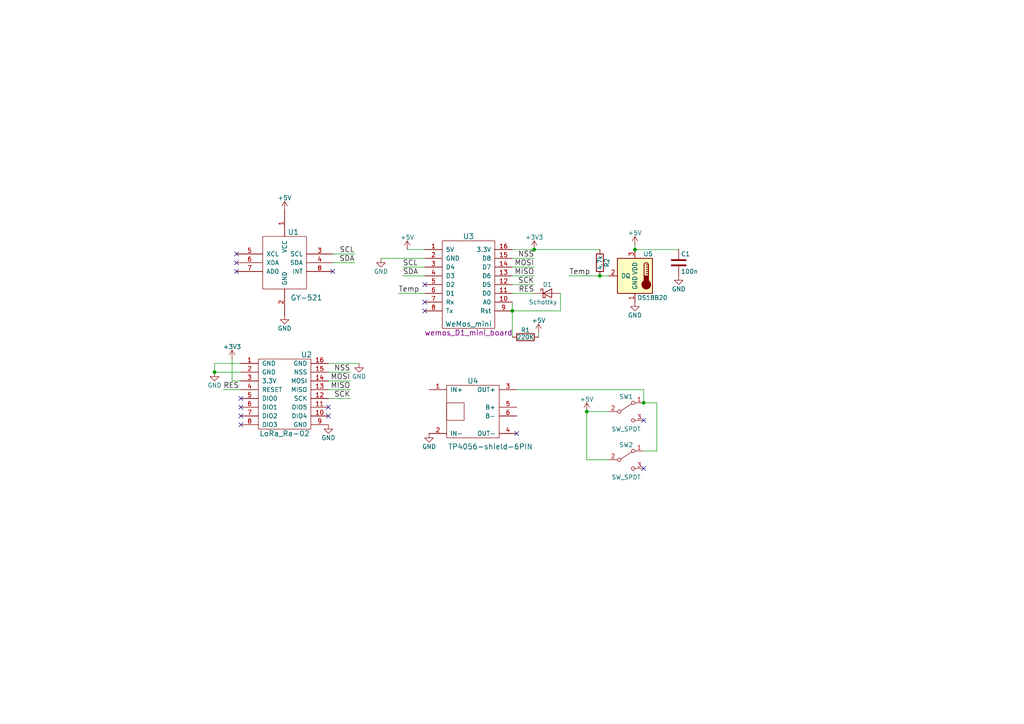
<source format=kicad_sch>
(kicad_sch (version 20230121) (generator eeschema)
  (paper "A4")
  (lib_symbols
    (symbol "iSpindelPCBv1-rescue:+3.3V" (power) (pin_names (offset 0))
      (property "Value" "+3.3V" (at 0 3.556 0))
      (symbol "+3.3V_0_1"
        (polyline (pts (xy -0.762 1.27) (xy 0 2.54)))
        (polyline (pts (xy 0 0) (xy 0 2.54)))
        (polyline (pts (xy 0 2.54) (xy 0.762 1.27)))
      )
      (symbol "+3.3V_1_1"
        (pin power_in line (at 0 0 90) (length 0) hide (name "+3V3") (number "1"))
      )
    )
    (symbol "iSpindelPCBv1-rescue:+5V" (power) (pin_names (offset 0))
      (property "Value" "+5V" (at 0 3.556 0))
      (symbol "+5V_0_1"
        (polyline (pts (xy -0.762 1.27) (xy 0 2.54)))
        (polyline (pts (xy 0 0) (xy 0 2.54)))
        (polyline (pts (xy 0 2.54) (xy 0.762 1.27)))
      )
      (symbol "+5V_1_1"
        (pin power_in line (at 0 0 90) (length 0) hide (name "+5V") (number "1"))
      )
    )
    (symbol "iSpindelPCBv1-rescue:C" (pin_numbers hide) (pin_names (offset 0.254))
      (property "Reference" "C" (at 0.635 2.54 0))
      (property "Value" "C" (at 0.635 -2.54 0))
      (symbol "C_0_1"
        (polyline (pts (xy -2.032 -0.762) (xy 2.032 -0.762)) (stroke (width 0.508)))
        (polyline (pts (xy -2.032 0.762) (xy 2.032 0.762)) (stroke (width 0.508)))
      )
      (symbol "C_1_1"
        (pin passive line (at 0 3.81 270) (length 2.794) (name "~") (number "1"))
        (pin passive line (at 0 -3.81 90) (length 2.794) (name "~") (number "2"))
      )
    )
    (symbol "iSpindelPCBv1-rescue:DS18B20" (pin_names (offset 1.016))
      (property "Reference" "U" (at -3.81 6.35 0))
      (property "Value" "DS18B20" (at 6.35 6.35 0))
      (symbol "DS18B20_0_1"
        (rectangle (start -5.08 5.08) (end 5.08 -5.08) (stroke (width 0.254)) (fill (type background)))
        (circle (center -3.302 -2.54) (radius 1.27) (stroke (width 0.254)) (fill (type outline)))
        (rectangle (start -2.667 -1.905) (end -3.937 0) (stroke (width 0.254)) (fill (type outline)))
        (arc (start -2.667 3.175) (mid -3.302 3.8073) (end -3.937 3.175) (stroke (width 0.254)))
        (polyline (pts (xy -3.937 0.635) (xy -3.302 0.635)) (stroke (width 0.254)))
        (polyline (pts (xy -3.937 1.27) (xy -3.302 1.27)) (stroke (width 0.254)))
        (polyline (pts (xy -3.937 1.905) (xy -3.302 1.905)) (stroke (width 0.254)))
        (polyline (pts (xy -3.937 2.54) (xy -3.302 2.54)) (stroke (width 0.254)))
        (polyline (pts (xy -3.937 3.175) (xy -3.937 0)) (stroke (width 0.254)))
        (polyline (pts (xy -3.937 3.175) (xy -3.302 3.175)) (stroke (width 0.254)))
        (polyline (pts (xy -2.667 3.175) (xy -2.667 0)) (stroke (width 0.254)))
      )
      (symbol "DS18B20_1_1"
        (pin power_in line (at 0 -7.62 90) (length 2.54) (name "GND") (number "1"))
        (pin bidirectional line (at 7.62 0 180) (length 2.54) (name "DQ") (number "2"))
        (pin power_in line (at 0 7.62 270) (length 2.54) (name "VDD") (number "3"))
      )
    )
    (symbol "iSpindelPCBv1-rescue:D_Schottky" (pin_numbers hide) (pin_names (offset 1.016) hide)
      (property "Reference" "D" (at 0 2.54 0))
      (property "Value" "D_Schottky" (at 0 -2.54 0))
      (symbol "D_Schottky_0_1"
        (polyline (pts (xy 1.27 0) (xy -1.27 0)))
        (polyline (pts (xy 1.27 1.27) (xy 1.27 -1.27) (xy -1.27 0) (xy 1.27 1.27)) (stroke (width 0.2032)))
        (polyline (pts (xy -1.905 0.635) (xy -1.905 1.27) (xy -1.27 1.27) (xy -1.27 -1.27) (xy -0.635 -1.27) (xy -0.635 -0.635)) (stroke (width 0.2032)))
      )
      (symbol "D_Schottky_1_1"
        (pin passive line (at -3.81 0 0) (length 2.54) (name "K") (number "1"))
        (pin passive line (at 3.81 0 180) (length 2.54) (name "A") (number "2"))
      )
    )
    (symbol "iSpindelPCBv1-rescue:GND" (power) (pin_names (offset 0))
      (property "Value" "GND" (at 0 -3.81 0))
      (symbol "GND_0_1"
        (polyline (pts (xy 0 0) (xy 0 -1.27) (xy 1.27 -1.27) (xy 0 -2.54) (xy -1.27 -1.27) (xy 0 -1.27)))
      )
      (symbol "GND_1_1"
        (pin power_in line (at 0 0 270) (length 0) hide (name "GND") (number "1"))
      )
    )
    (symbol "iSpindelPCBv1-rescue:GY-521" (pin_names (offset 1.016))
      (property "Reference" "U" (at 2.54 8.89 0))
      (property "Value" "GY-521" (at 5.08 11.43 0))
      (symbol "GY-521_0_1"
        (rectangle (start -6.35 7.62) (end 6.35 -7.62))
      )
      (symbol "GY-521_1_1"
        (pin input line (at 0 15.24 270) (length 7.62) (name "VCC") (number "1"))
        (pin input line (at 0 -15.24 90) (length 7.62) (name "GND") (number "2"))
        (pin input line (at 13.97 2.54 180) (length 7.62) (name "SCL") (number "3"))
        (pin input line (at 13.97 0 180) (length 7.62) (name "SDA") (number "4"))
        (pin input line (at -13.97 2.54 0) (length 7.62) (name "XCL") (number "5"))
        (pin input line (at -13.97 0 0) (length 7.62) (name "XDA") (number "6"))
        (pin input line (at -13.97 -2.54 0) (length 7.62) (name "AD0") (number "7"))
        (pin input line (at 13.97 -2.54 180) (length 7.62) (name "INT") (number "8"))
      )
    )
    (symbol "iSpindelPCBv1-rescue:LoRa_Ra-02" (pin_names (offset 1.016))
      (property "Reference" "U" (at 6.35 11.43 0))
      (property "Value" "LoRa_Ra-02" (at 0 -11.43 0))
      (symbol "LoRa_Ra-02_0_1"
        (rectangle (start -7.62 10.16) (end 7.62 -10.16))
      )
      (symbol "LoRa_Ra-02_1_1"
        (pin bidirectional line (at -12.7 8.89 0) (length 5.08) (name "GND") (number "1"))
        (pin bidirectional line (at 12.7 -6.35 180) (length 5.08) (name "DIO4") (number "10"))
        (pin bidirectional line (at 12.7 -3.81 180) (length 5.08) (name "DIO5") (number "11"))
        (pin bidirectional line (at 12.7 -1.27 180) (length 5.08) (name "SCK") (number "12"))
        (pin bidirectional line (at 12.7 1.27 180) (length 5.08) (name "MISO") (number "13"))
        (pin bidirectional line (at 12.7 3.81 180) (length 5.08) (name "MOSI") (number "14"))
        (pin bidirectional line (at 12.7 6.35 180) (length 5.08) (name "NSS") (number "15"))
        (pin bidirectional line (at 12.7 8.89 180) (length 5.08) (name "GND") (number "16"))
        (pin bidirectional line (at -12.7 6.35 0) (length 5.08) (name "GND") (number "2"))
        (pin bidirectional line (at -12.7 3.81 0) (length 5.08) (name "3.3V") (number "3"))
        (pin bidirectional line (at -12.7 1.27 0) (length 5.08) (name "RESET") (number "4"))
        (pin bidirectional line (at -12.7 -1.27 0) (length 5.08) (name "DIO0") (number "5"))
        (pin bidirectional line (at -12.7 -3.81 0) (length 5.08) (name "DIO1") (number "6"))
        (pin bidirectional line (at -12.7 -6.35 0) (length 5.08) (name "DIO2") (number "7"))
        (pin bidirectional line (at -12.7 -8.89 0) (length 5.08) (name "DIO3") (number "8"))
        (pin bidirectional line (at 12.7 -8.89 180) (length 5.08) (name "GND") (number "9"))
      )
    )
    (symbol "iSpindelPCBv1-rescue:R" (pin_numbers hide) (pin_names (offset 0))
      (property "Reference" "R" (at 2.032 0 90))
      (property "Value" "R" (at 0 0 90))
      (symbol "R_0_1"
        (rectangle (start -1.016 -2.54) (end 1.016 2.54) (stroke (width 0.254)))
      )
      (symbol "R_1_1"
        (pin passive line (at 0 3.81 270) (length 1.27) (name "~") (number "1"))
        (pin passive line (at 0 -3.81 90) (length 1.27) (name "~") (number "2"))
      )
    )
    (symbol "iSpindelPCBv1-rescue:SW_SPDT" (pin_names (offset 0) hide)
      (property "Reference" "SW" (at 0 4.318 0))
      (property "Value" "SW_SPDT" (at 0 -5.08 0))
      (symbol "SW_SPDT_0_0"
        (circle (center -2.032 0) (radius 0.508))
        (circle (center 2.032 -2.54) (radius 0.508))
      )
      (symbol "SW_SPDT_0_1"
        (polyline (pts (xy -1.524 0.254) (xy 1.651 2.286)))
        (circle (center 2.032 2.54) (radius 0.508))
      )
      (symbol "SW_SPDT_1_1"
        (pin passive line (at 5.08 2.54 180) (length 2.54) (name "A") (number "1"))
        (pin passive line (at -5.08 0 0) (length 2.54) (name "B") (number "2"))
        (pin passive line (at 5.08 -2.54 180) (length 2.54) (name "C") (number "3"))
      )
    )
    (symbol "iSpindelPCBv1-rescue:TP4056-shield-6PIN" (pin_names (offset 1.016))
      (property "Reference" "U" (at 7.62 -8.89 0))
      (property "Value" "TP4056-shield-6PIN" (at 1.27 10.16 0))
      (symbol "TP4056-shield-6PIN_0_1"
        (rectangle (start -6.35 2.54) (end -1.27 -2.54))
        (rectangle (start 8.89 7.62) (end -6.35 -7.62))
      )
      (symbol "TP4056-shield-6PIN_1_1"
        (pin power_out line (at -11.43 6.35 0) (length 5.08) (name "IN+") (number "1"))
        (pin power_out line (at -11.43 -6.35 0) (length 5.08) (name "IN-") (number "2"))
        (pin power_out line (at 13.97 6.35 180) (length 5.08) (name "OUT+") (number "3"))
        (pin power_out line (at 13.97 -6.35 180) (length 5.08) (name "OUT-") (number "4"))
        (pin power_out line (at 13.97 1.27 180) (length 5.08) (name "B+") (number "5"))
        (pin power_out line (at 13.97 -1.27 180) (length 5.08) (name "B-") (number "6"))
      )
    )
    (symbol "iSpindelPCBv1-rescue:WeMos_mini" (pin_names (offset 1.016))
      (property "Reference" "U" (at 0 12.7 0))
      (property "Value" "WeMos_mini" (at 0 -12.7 0))
      (symbol "WeMos_mini_0_1"
        (rectangle (start -7.62 11.43) (end 7.62 -13.97))
      )
      (symbol "WeMos_mini_1_1"
        (pin power_in line (at -12.7 8.89 0) (length 5.08) (name "5V") (number "1"))
        (pin bidirectional line (at 12.7 -6.35 180) (length 5.08) (name "A0") (number "10"))
        (pin bidirectional line (at 12.7 -3.81 180) (length 5.08) (name "D0") (number "11"))
        (pin bidirectional line (at 12.7 -1.27 180) (length 5.08) (name "D5") (number "12"))
        (pin bidirectional line (at 12.7 1.27 180) (length 5.08) (name "D6") (number "13"))
        (pin bidirectional line (at 12.7 3.81 180) (length 5.08) (name "D7") (number "14"))
        (pin bidirectional line (at 12.7 6.35 180) (length 5.08) (name "D8") (number "15"))
        (pin power_out line (at 12.7 8.89 180) (length 5.08) (name "3.3V") (number "16"))
        (pin power_in line (at -12.7 6.35 0) (length 5.08) (name "GND") (number "2"))
        (pin bidirectional line (at -12.7 3.81 0) (length 5.08) (name "D4") (number "3"))
        (pin bidirectional line (at -12.7 1.27 0) (length 5.08) (name "D3") (number "4"))
        (pin bidirectional line (at -12.7 -1.27 0) (length 5.08) (name "D2") (number "5"))
        (pin bidirectional line (at -12.7 -3.81 0) (length 5.08) (name "D1") (number "6"))
        (pin bidirectional line (at -12.7 -6.35 0) (length 5.08) (name "Rx") (number "7"))
        (pin bidirectional line (at -12.7 -8.89 0) (length 5.08) (name "Tx") (number "8"))
        (pin bidirectional line (at 12.7 -8.89 180) (length 5.08) (name "Rst") (number "9"))
      )
    )
  )
  (junction (at 62.23 107.95))
  (junction (at 186.69 116.84))
  (junction (at 148.59 90.17))
  (junction (at 173.99 80.01))
  (junction (at 154.94 72.39))
  (junction (at 184.15 72.39))
  (junction (at 170.18 119.38))
  (no_connect (at 123.19 87.63))
  (no_connect (at 95.25 120.65))
  (no_connect (at 69.85 123.19))
  (no_connect (at 123.19 82.55))
  (no_connect (at 149.86 125.73))
  (no_connect (at 186.69 121.92))
  (no_connect (at 69.85 115.57))
  (no_connect (at 96.52 78.74))
  (no_connect (at 68.58 76.2))
  (no_connect (at 95.25 118.11))
  (no_connect (at 69.85 120.65))
  (no_connect (at 186.69 135.89))
  (no_connect (at 68.58 73.66))
  (no_connect (at 123.19 90.17))
  (no_connect (at 69.85 118.11))
  (no_connect (at 68.58 78.74))
  (wire (pts (xy 110.49 74.93) (xy 123.19 74.93)))
  (wire (pts (xy 95.25 105.41) (xy 104.14 105.41)))
  (wire (pts (xy 162.56 85.09) (xy 162.56 90.17)))
  (wire (pts (xy 170.18 133.35) (xy 170.18 119.38)))
  (wire (pts (xy 154.94 85.09) (xy 148.59 85.09)))
  (wire (pts (xy 62.23 107.95) (xy 69.85 107.95)))
  (wire (pts (xy 123.19 80.01) (xy 116.84 80.01)))
  (wire (pts (xy 148.59 72.39) (xy 154.94 72.39)))
  (wire (pts (xy 148.59 74.93) (xy 154.94 74.93)))
  (wire (pts (xy 95.25 115.57) (xy 101.6 115.57)))
  (wire (pts (xy 186.69 116.84) (xy 190.5 116.84)))
  (wire (pts (xy 149.86 113.03) (xy 186.69 113.03)))
  (wire (pts (xy 176.53 133.35) (xy 170.18 133.35)))
  (wire (pts (xy 184.15 72.39) (xy 184.15 71.12)))
  (wire (pts (xy 69.85 113.03) (xy 64.77 113.03)))
  (wire (pts (xy 96.52 76.2) (xy 102.87 76.2)))
  (wire (pts (xy 154.94 82.55) (xy 148.59 82.55)))
  (wire (pts (xy 123.19 77.47) (xy 116.84 77.47)))
  (wire (pts (xy 69.85 105.41) (xy 62.23 105.41)))
  (wire (pts (xy 173.99 80.01) (xy 176.53 80.01)))
  (wire (pts (xy 67.31 110.49) (xy 69.85 110.49)))
  (wire (pts (xy 148.59 77.47) (xy 154.94 77.47)))
  (wire (pts (xy 148.59 80.01) (xy 154.94 80.01)))
  (wire (pts (xy 95.25 107.95) (xy 101.6 107.95)))
  (wire (pts (xy 148.59 87.63) (xy 148.59 90.17)))
  (wire (pts (xy 196.85 72.39) (xy 184.15 72.39)))
  (wire (pts (xy 123.19 85.09) (xy 115.57 85.09)))
  (wire (pts (xy 62.23 105.41) (xy 62.23 107.95)))
  (wire (pts (xy 96.52 73.66) (xy 102.87 73.66)))
  (wire (pts (xy 123.19 72.39) (xy 118.11 72.39)))
  (wire (pts (xy 101.6 113.03) (xy 95.25 113.03)))
  (wire (pts (xy 148.59 90.17) (xy 148.59 97.79)))
  (wire (pts (xy 190.5 130.81) (xy 186.69 130.81)))
  (wire (pts (xy 186.69 113.03) (xy 186.69 116.84)))
  (wire (pts (xy 170.18 119.38) (xy 176.53 119.38)))
  (wire (pts (xy 162.56 90.17) (xy 148.59 90.17)))
  (wire (pts (xy 156.21 96.52) (xy 156.21 97.79)))
  (wire (pts (xy 190.5 116.84) (xy 190.5 130.81)))
  (wire (pts (xy 67.31 104.14) (xy 67.31 110.49)))
  (wire (pts (xy 154.94 72.39) (xy 173.99 72.39)))
  (wire (pts (xy 165.1 80.01) (xy 173.99 80.01)))
  (wire (pts (xy 95.25 110.49) (xy 101.6 110.49)))
  (label "NSS" (at 154.94 74.93 180) (effects (font (size 1.524 1.524))))
  (label "MOSI" (at 101.6 110.49 180) (effects (font (size 1.524 1.524))))
  (label "NSS" (at 101.6 107.95 180) (effects (font (size 1.524 1.524))))
  (label "MOSI" (at 154.94 77.47 180) (effects (font (size 1.524 1.524))))
  (label "RES" (at 64.77 113.03 0) (effects (font (size 1.524 1.524))))
  (label "Temp" (at 115.57 85.09 0) (effects (font (size 1.524 1.524))))
  (label "MISO" (at 154.94 80.01 180) (effects (font (size 1.524 1.524))))
  (label "SCL" (at 116.84 77.47 0) (effects (font (size 1.524 1.524))))
  (label "MISO" (at 101.6 113.03 180) (effects (font (size 1.524 1.524))))
  (label "SCK" (at 101.6 115.57 180) (effects (font (size 1.524 1.524))))
  (label "SDA" (at 116.84 80.01 0) (effects (font (size 1.524 1.524))))
  (label "Temp" (at 165.1 80.01 0) (effects (font (size 1.524 1.524))))
  (label "SDA" (at 102.87 76.2 180) (effects (font (size 1.524 1.524))))
  (label "SCK" (at 154.94 82.55 180) (effects (font (size 1.524 1.524))))
  (label "SCL" (at 102.87 73.66 180) (effects (font (size 1.524 1.524))))
  (label "RES" (at 154.94 85.09 180) (effects (font (size 1.524 1.524))))
  (symbol (lib_id "iSpindelPCBv1-rescue:WeMos_mini") (at 135.89 81.28 0) (unit 1)
    (property "Reference" "U3" (at 135.89 68.58 0) (effects (font (size 1.524 1.524))))
    (property "Value" "WeMos_mini" (at 135.89 93.98 0) (effects (font (size 1.524 1.524))))
    (property "Footprint" "wemos_D1_mini_board" (at 135.89 96.52 0) (effects (font (size 1.524 1.524))))
  )
  (symbol (lib_id "iSpindelPCBv1-rescue:GY-521") (at 82.55 76.2 0) (unit 1)
    (property "Reference" "U1" (at 85.09 67.31 0) (effects (font (size 1.524 1.524))))
    (property "Value" "GY-521" (at 88.9 86.36 0) (effects (font (size 1.524 1.524))))
    (property "Footprint" "KiCadCustomLibs:GY-521" (effects hide))
  )
  (symbol (lib_id "iSpindelPCBv1-rescue:GND") (at 82.55 91.44 0) (unit 1)
    (property "Reference" "#PWR4" (effects hide))
    (property "Value" "GND" (at 82.55 95.25 0))
  )
  (symbol (lib_id "iSpindelPCBv1-rescue:+5V") (at 118.11 72.39 0) (unit 1)
    (property "Reference" "#PWR8" (effects hide))
    (property "Value" "+5V" (at 118.11 68.834 0))
  )
  (symbol (lib_id "iSpindelPCBv1-rescue:GND") (at 110.49 74.93 0) (unit 1)
    (property "Reference" "#PWR7" (effects hide))
    (property "Value" "GND" (at 110.49 78.74 0))
  )
  (symbol (lib_id "iSpindelPCBv1-rescue:TP4056-shield-6PIN") (at 135.89 119.38 0) (unit 1)
    (property "Reference" "U4" (at 137.16 110.49 0) (effects (font (size 1.524 1.524))))
    (property "Value" "TP4056-shield-6PIN" (at 142.24 129.54 0) (effects (font (size 1.524 1.524))))
    (property "Footprint" "KiCadCustomLibs:TP4056-shield-6PIN" (effects hide))
  )
  (symbol (lib_id "iSpindelPCBv1-rescue:R") (at 173.99 76.2 0) (unit 1)
    (property "Reference" "R2" (at 176.022 76.2 90))
    (property "Value" "4.7k" (at 173.99 76.2 90))
    (property "Footprint" "Resistors_Universal:Resistor_SMD+THTuniversal_0805to1206_RM10_HandSoldering" (effects hide))
  )
  (symbol (lib_id "iSpindelPCBv1-rescue:+5V") (at 170.18 119.38 0) (unit 1)
    (property "Reference" "#PWR12" (effects hide))
    (property "Value" "+5V" (at 170.18 115.824 0))
  )
  (symbol (lib_id "iSpindelPCBv1-rescue:+5V") (at 184.15 71.12 0) (unit 1)
    (property "Reference" "#PWR13" (effects hide))
    (property "Value" "+5V" (at 184.15 67.564 0))
  )
  (symbol (lib_id "iSpindelPCBv1-rescue:+5V") (at 82.55 60.96 0) (unit 1)
    (property "Reference" "#PWR3" (effects hide))
    (property "Value" "+5V" (at 82.55 57.404 0))
  )
  (symbol (lib_id "iSpindelPCBv1-rescue:R") (at 152.4 97.79 90) (unit 1)
    (property "Reference" "R1" (at 152.4 95.758 90))
    (property "Value" "220K" (at 152.4 97.79 90))
    (property "Footprint" "Resistors_Universal:Resistor_SMD+THTuniversal_0805to1206_RM10_HandSoldering" (effects hide))
  )
  (symbol (lib_id "iSpindelPCBv1-rescue:+5V") (at 156.21 96.52 0) (unit 1)
    (property "Reference" "#PWR11" (effects hide))
    (property "Value" "+5V" (at 156.21 92.964 0))
  )
  (symbol (lib_id "iSpindelPCBv1-rescue:GND") (at 124.46 125.73 0) (unit 1)
    (property "Reference" "#PWR9" (effects hide))
    (property "Value" "GND" (at 124.46 129.54 0))
  )
  (symbol (lib_id "iSpindelPCBv1-rescue:DS18B20") (at 184.15 80.01 0) (mirror y) (unit 1)
    (property "Reference" "U5" (at 187.96 73.66 0))
    (property "Value" "DS18B20" (at 189.23 86.36 0))
    (property "Footprint" "TO_SOT_Packages_THT:TO-92_Inline_Narrow_Oval" (effects hide))
  )
  (symbol (lib_id "iSpindelPCBv1-rescue:GND") (at 184.15 87.63 0) (unit 1)
    (property "Reference" "#PWR14" (effects hide))
    (property "Value" "GND" (at 184.15 91.44 0))
  )
  (symbol (lib_id "iSpindelPCBv1-rescue:D_Schottky") (at 158.75 85.09 0) (unit 1)
    (property "Reference" "D1" (at 158.75 82.55 0))
    (property "Value" "Schottky" (at 157.48 87.63 0))
    (property "Footprint" "Resistors_Universal:Resistor_SMD+THTuniversal_0805to1206_RM10_HandSoldering" (effects hide))
  )
  (symbol (lib_id "iSpindelPCBv1-rescue:LoRa_Ra-02") (at 82.55 114.3 0) (unit 1)
    (property "Reference" "U2" (at 88.9 102.87 0) (effects (font (size 1.524 1.524))))
    (property "Value" "LoRa_Ra-02" (at 82.55 125.73 0) (effects (font (size 1.524 1.524))))
    (property "Footprint" "KiCadCustomLibs:LoRa_Ra-02" (effects hide))
  )
  (symbol (lib_id "iSpindelPCBv1-rescue:GND") (at 62.23 107.95 0) (unit 1)
    (property "Reference" "#PWR1" (effects hide))
    (property "Value" "GND" (at 62.23 111.76 0))
  )
  (symbol (lib_id "iSpindelPCBv1-rescue:+3.3V") (at 154.94 72.39 0) (unit 1)
    (property "Reference" "#PWR10" (effects hide))
    (property "Value" "+3.3V" (at 154.94 68.834 0))
  )
  (symbol (lib_id "iSpindelPCBv1-rescue:+3.3V") (at 67.31 104.14 0) (unit 1)
    (property "Reference" "#PWR2" (effects hide))
    (property "Value" "+3.3V" (at 67.31 100.584 0))
  )
  (symbol (lib_id "iSpindelPCBv1-rescue:GND") (at 104.14 105.41 0) (unit 1)
    (property "Reference" "#PWR6" (effects hide))
    (property "Value" "GND" (at 104.14 109.22 0))
  )
  (symbol (lib_id "iSpindelPCBv1-rescue:GND") (at 95.25 123.19 0) (unit 1)
    (property "Reference" "#PWR5" (effects hide))
    (property "Value" "GND" (at 95.25 127 0))
  )
  (symbol (lib_id "iSpindelPCBv1-rescue:SW_SPDT") (at 181.61 133.35 0) (unit 1)
    (property "Reference" "SW2" (at 181.61 129.032 0))
    (property "Value" "SW_SPDT" (at 181.61 138.43 0))
    (property "Footprint" "KiCadCustomLibs:SS-12F23" (effects hide))
  )
  (symbol (lib_id "iSpindelPCBv1-rescue:SW_SPDT") (at 181.61 119.38 0) (unit 1)
    (property "Reference" "SW1" (at 181.61 115.062 0))
    (property "Value" "SW_SPDT" (at 181.61 124.46 0))
    (property "Footprint" "KiCadCustomLibs:SK12D07VG3" (effects hide))
  )
  (symbol (lib_id "iSpindelPCBv1-rescue:C") (at 196.85 76.2 0) (unit 1)
    (property "Reference" "C1" (at 197.485 73.66 0) (effects (justify left)))
    (property "Value" "100n" (at 197.485 78.74 0) (effects (justify left)))
    (property "Footprint" "Capacitors_SMD:C_0805_HandSoldering" (effects hide))
  )
  (symbol (lib_id "iSpindelPCBv1-rescue:GND") (at 196.85 80.01 0) (unit 1)
    (property "Reference" "#PWR15" (effects hide))
    (property "Value" "GND" (at 196.85 83.82 0))
  )
)
</source>
